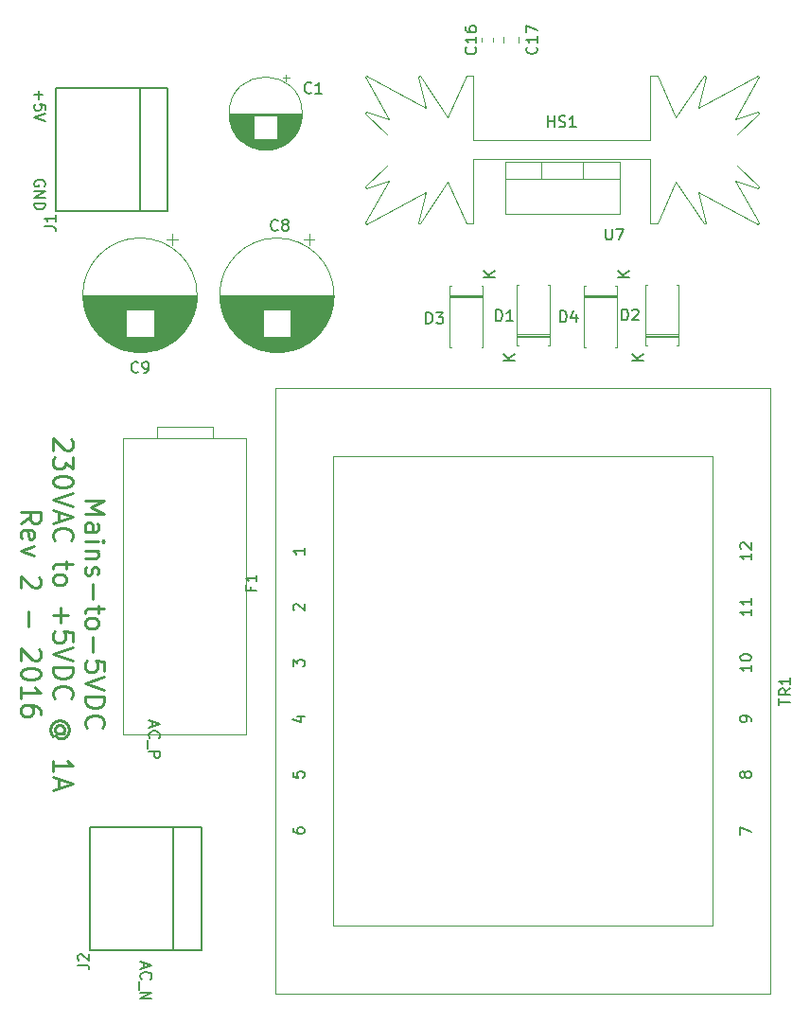
<source format=gto>
G04 #@! TF.GenerationSoftware,KiCad,Pcbnew,(5.1.5)-3*
G04 #@! TF.CreationDate,2020-04-16T19:35:31+02:00*
G04 #@! TF.ProjectId,5vfrommains,35766672-6f6d-46d6-9169-6e732e6b6963,rev?*
G04 #@! TF.SameCoordinates,Original*
G04 #@! TF.FileFunction,Legend,Top*
G04 #@! TF.FilePolarity,Positive*
%FSLAX46Y46*%
G04 Gerber Fmt 4.6, Leading zero omitted, Abs format (unit mm)*
G04 Created by KiCad (PCBNEW (5.1.5)-3) date 2020-04-16 19:35:31*
%MOMM*%
%LPD*%
G04 APERTURE LIST*
%ADD10C,0.250000*%
%ADD11C,0.150000*%
%ADD12C,0.120000*%
G04 APERTURE END LIST*
D10*
X182083333Y-91416666D02*
X183833333Y-91416666D01*
X182583333Y-92000000D01*
X183833333Y-92583333D01*
X182083333Y-92583333D01*
X182083333Y-94166666D02*
X183000000Y-94166666D01*
X183166666Y-94083333D01*
X183250000Y-93916666D01*
X183250000Y-93583333D01*
X183166666Y-93416666D01*
X182166666Y-94166666D02*
X182083333Y-94000000D01*
X182083333Y-93583333D01*
X182166666Y-93416666D01*
X182333333Y-93333333D01*
X182500000Y-93333333D01*
X182666666Y-93416666D01*
X182750000Y-93583333D01*
X182750000Y-94000000D01*
X182833333Y-94166666D01*
X182083333Y-95000000D02*
X183250000Y-95000000D01*
X183833333Y-95000000D02*
X183750000Y-94916666D01*
X183666666Y-95000000D01*
X183750000Y-95083333D01*
X183833333Y-95000000D01*
X183666666Y-95000000D01*
X183250000Y-95833333D02*
X182083333Y-95833333D01*
X183083333Y-95833333D02*
X183166666Y-95916666D01*
X183250000Y-96083333D01*
X183250000Y-96333333D01*
X183166666Y-96500000D01*
X183000000Y-96583333D01*
X182083333Y-96583333D01*
X182166666Y-97333333D02*
X182083333Y-97500000D01*
X182083333Y-97833333D01*
X182166666Y-98000000D01*
X182333333Y-98083333D01*
X182416666Y-98083333D01*
X182583333Y-98000000D01*
X182666666Y-97833333D01*
X182666666Y-97583333D01*
X182750000Y-97416666D01*
X182916666Y-97333333D01*
X183000000Y-97333333D01*
X183166666Y-97416666D01*
X183250000Y-97583333D01*
X183250000Y-97833333D01*
X183166666Y-98000000D01*
X182750000Y-98833333D02*
X182750000Y-100166666D01*
X183250000Y-100750000D02*
X183250000Y-101416666D01*
X183833333Y-101000000D02*
X182333333Y-101000000D01*
X182166666Y-101083333D01*
X182083333Y-101250000D01*
X182083333Y-101416666D01*
X182083333Y-102250000D02*
X182166666Y-102083333D01*
X182250000Y-102000000D01*
X182416666Y-101916666D01*
X182916666Y-101916666D01*
X183083333Y-102000000D01*
X183166666Y-102083333D01*
X183250000Y-102250000D01*
X183250000Y-102500000D01*
X183166666Y-102666666D01*
X183083333Y-102750000D01*
X182916666Y-102833333D01*
X182416666Y-102833333D01*
X182250000Y-102750000D01*
X182166666Y-102666666D01*
X182083333Y-102500000D01*
X182083333Y-102250000D01*
X182750000Y-103583333D02*
X182750000Y-104916666D01*
X183833333Y-106583333D02*
X183833333Y-105750000D01*
X183000000Y-105666666D01*
X183083333Y-105750000D01*
X183166666Y-105916666D01*
X183166666Y-106333333D01*
X183083333Y-106500000D01*
X183000000Y-106583333D01*
X182833333Y-106666666D01*
X182416666Y-106666666D01*
X182250000Y-106583333D01*
X182166666Y-106500000D01*
X182083333Y-106333333D01*
X182083333Y-105916666D01*
X182166666Y-105750000D01*
X182250000Y-105666666D01*
X183833333Y-107166666D02*
X182083333Y-107750000D01*
X183833333Y-108333333D01*
X182083333Y-108916666D02*
X183833333Y-108916666D01*
X183833333Y-109333333D01*
X183750000Y-109583333D01*
X183583333Y-109750000D01*
X183416666Y-109833333D01*
X183083333Y-109916666D01*
X182833333Y-109916666D01*
X182500000Y-109833333D01*
X182333333Y-109750000D01*
X182166666Y-109583333D01*
X182083333Y-109333333D01*
X182083333Y-108916666D01*
X182250000Y-111666666D02*
X182166666Y-111583333D01*
X182083333Y-111333333D01*
X182083333Y-111166666D01*
X182166666Y-110916666D01*
X182333333Y-110750000D01*
X182500000Y-110666666D01*
X182833333Y-110583333D01*
X183083333Y-110583333D01*
X183416666Y-110666666D01*
X183583333Y-110750000D01*
X183750000Y-110916666D01*
X183833333Y-111166666D01*
X183833333Y-111333333D01*
X183750000Y-111583333D01*
X183666666Y-111666666D01*
X180791666Y-85875000D02*
X180875000Y-85958333D01*
X180958333Y-86125000D01*
X180958333Y-86541666D01*
X180875000Y-86708333D01*
X180791666Y-86791666D01*
X180625000Y-86875000D01*
X180458333Y-86875000D01*
X180208333Y-86791666D01*
X179208333Y-85791666D01*
X179208333Y-86875000D01*
X180958333Y-87458333D02*
X180958333Y-88541666D01*
X180291666Y-87958333D01*
X180291666Y-88208333D01*
X180208333Y-88375000D01*
X180125000Y-88458333D01*
X179958333Y-88541666D01*
X179541666Y-88541666D01*
X179375000Y-88458333D01*
X179291666Y-88375000D01*
X179208333Y-88208333D01*
X179208333Y-87708333D01*
X179291666Y-87541666D01*
X179375000Y-87458333D01*
X180958333Y-89625000D02*
X180958333Y-89791666D01*
X180875000Y-89958333D01*
X180791666Y-90041666D01*
X180625000Y-90125000D01*
X180291666Y-90208333D01*
X179875000Y-90208333D01*
X179541666Y-90125000D01*
X179375000Y-90041666D01*
X179291666Y-89958333D01*
X179208333Y-89791666D01*
X179208333Y-89625000D01*
X179291666Y-89458333D01*
X179375000Y-89375000D01*
X179541666Y-89291666D01*
X179875000Y-89208333D01*
X180291666Y-89208333D01*
X180625000Y-89291666D01*
X180791666Y-89375000D01*
X180875000Y-89458333D01*
X180958333Y-89625000D01*
X180958333Y-90708333D02*
X179208333Y-91291666D01*
X180958333Y-91875000D01*
X179708333Y-92375000D02*
X179708333Y-93208333D01*
X179208333Y-92208333D02*
X180958333Y-92791666D01*
X179208333Y-93375000D01*
X179375000Y-94958333D02*
X179291666Y-94875000D01*
X179208333Y-94625000D01*
X179208333Y-94458333D01*
X179291666Y-94208333D01*
X179458333Y-94041666D01*
X179625000Y-93958333D01*
X179958333Y-93875000D01*
X180208333Y-93875000D01*
X180541666Y-93958333D01*
X180708333Y-94041666D01*
X180875000Y-94208333D01*
X180958333Y-94458333D01*
X180958333Y-94625000D01*
X180875000Y-94875000D01*
X180791666Y-94958333D01*
X180375000Y-96791666D02*
X180375000Y-97458333D01*
X180958333Y-97041666D02*
X179458333Y-97041666D01*
X179291666Y-97125000D01*
X179208333Y-97291666D01*
X179208333Y-97458333D01*
X179208333Y-98291666D02*
X179291666Y-98125000D01*
X179375000Y-98041666D01*
X179541666Y-97958333D01*
X180041666Y-97958333D01*
X180208333Y-98041666D01*
X180291666Y-98125000D01*
X180375000Y-98291666D01*
X180375000Y-98541666D01*
X180291666Y-98708333D01*
X180208333Y-98791666D01*
X180041666Y-98875000D01*
X179541666Y-98875000D01*
X179375000Y-98791666D01*
X179291666Y-98708333D01*
X179208333Y-98541666D01*
X179208333Y-98291666D01*
X179875000Y-100958333D02*
X179875000Y-102291666D01*
X179208333Y-101625000D02*
X180541666Y-101625000D01*
X180958333Y-103958333D02*
X180958333Y-103125000D01*
X180125000Y-103041666D01*
X180208333Y-103125000D01*
X180291666Y-103291666D01*
X180291666Y-103708333D01*
X180208333Y-103875000D01*
X180125000Y-103958333D01*
X179958333Y-104041666D01*
X179541666Y-104041666D01*
X179375000Y-103958333D01*
X179291666Y-103875000D01*
X179208333Y-103708333D01*
X179208333Y-103291666D01*
X179291666Y-103125000D01*
X179375000Y-103041666D01*
X180958333Y-104541666D02*
X179208333Y-105125000D01*
X180958333Y-105708333D01*
X179208333Y-106291666D02*
X180958333Y-106291666D01*
X180958333Y-106708333D01*
X180875000Y-106958333D01*
X180708333Y-107125000D01*
X180541666Y-107208333D01*
X180208333Y-107291666D01*
X179958333Y-107291666D01*
X179625000Y-107208333D01*
X179458333Y-107125000D01*
X179291666Y-106958333D01*
X179208333Y-106708333D01*
X179208333Y-106291666D01*
X179375000Y-109041666D02*
X179291666Y-108958333D01*
X179208333Y-108708333D01*
X179208333Y-108541666D01*
X179291666Y-108291666D01*
X179458333Y-108125000D01*
X179625000Y-108041666D01*
X179958333Y-107958333D01*
X180208333Y-107958333D01*
X180541666Y-108041666D01*
X180708333Y-108125000D01*
X180875000Y-108291666D01*
X180958333Y-108541666D01*
X180958333Y-108708333D01*
X180875000Y-108958333D01*
X180791666Y-109041666D01*
X180041666Y-112208333D02*
X180125000Y-112125000D01*
X180208333Y-111958333D01*
X180208333Y-111791666D01*
X180125000Y-111625000D01*
X180041666Y-111541666D01*
X179875000Y-111458333D01*
X179708333Y-111458333D01*
X179541666Y-111541666D01*
X179458333Y-111625000D01*
X179375000Y-111791666D01*
X179375000Y-111958333D01*
X179458333Y-112125000D01*
X179541666Y-112208333D01*
X180208333Y-112208333D02*
X179541666Y-112208333D01*
X179458333Y-112291666D01*
X179458333Y-112375000D01*
X179541666Y-112541666D01*
X179708333Y-112625000D01*
X180125000Y-112625000D01*
X180375000Y-112458333D01*
X180541666Y-112208333D01*
X180625000Y-111875000D01*
X180541666Y-111541666D01*
X180375000Y-111291666D01*
X180125000Y-111125000D01*
X179791666Y-111041666D01*
X179458333Y-111125000D01*
X179208333Y-111291666D01*
X179041666Y-111541666D01*
X178958333Y-111875000D01*
X179041666Y-112208333D01*
X179208333Y-112458333D01*
X179208333Y-115625000D02*
X179208333Y-114625000D01*
X179208333Y-115125000D02*
X180958333Y-115125000D01*
X180708333Y-114958333D01*
X180541666Y-114791666D01*
X180458333Y-114625000D01*
X179708333Y-116291666D02*
X179708333Y-117125000D01*
X179208333Y-116125000D02*
X180958333Y-116708333D01*
X179208333Y-117291666D01*
X176333333Y-93375000D02*
X177166666Y-92791666D01*
X176333333Y-92375000D02*
X178083333Y-92375000D01*
X178083333Y-93041666D01*
X178000000Y-93208333D01*
X177916666Y-93291666D01*
X177750000Y-93375000D01*
X177500000Y-93375000D01*
X177333333Y-93291666D01*
X177250000Y-93208333D01*
X177166666Y-93041666D01*
X177166666Y-92375000D01*
X176416666Y-94791666D02*
X176333333Y-94625000D01*
X176333333Y-94291666D01*
X176416666Y-94125000D01*
X176583333Y-94041666D01*
X177250000Y-94041666D01*
X177416666Y-94125000D01*
X177500000Y-94291666D01*
X177500000Y-94625000D01*
X177416666Y-94791666D01*
X177250000Y-94875000D01*
X177083333Y-94875000D01*
X176916666Y-94041666D01*
X177500000Y-95458333D02*
X176333333Y-95875000D01*
X177500000Y-96291666D01*
X177916666Y-98208333D02*
X178000000Y-98291666D01*
X178083333Y-98458333D01*
X178083333Y-98875000D01*
X178000000Y-99041666D01*
X177916666Y-99125000D01*
X177750000Y-99208333D01*
X177583333Y-99208333D01*
X177333333Y-99125000D01*
X176333333Y-98125000D01*
X176333333Y-99208333D01*
X177000000Y-101291666D02*
X177000000Y-102625000D01*
X177916666Y-104708333D02*
X178000000Y-104791666D01*
X178083333Y-104958333D01*
X178083333Y-105375000D01*
X178000000Y-105541666D01*
X177916666Y-105625000D01*
X177750000Y-105708333D01*
X177583333Y-105708333D01*
X177333333Y-105625000D01*
X176333333Y-104625000D01*
X176333333Y-105708333D01*
X178083333Y-106791666D02*
X178083333Y-106958333D01*
X178000000Y-107125000D01*
X177916666Y-107208333D01*
X177750000Y-107291666D01*
X177416666Y-107375000D01*
X177000000Y-107375000D01*
X176666666Y-107291666D01*
X176500000Y-107208333D01*
X176416666Y-107125000D01*
X176333333Y-106958333D01*
X176333333Y-106791666D01*
X176416666Y-106625000D01*
X176500000Y-106541666D01*
X176666666Y-106458333D01*
X177000000Y-106375000D01*
X177416666Y-106375000D01*
X177750000Y-106458333D01*
X177916666Y-106541666D01*
X178000000Y-106625000D01*
X178083333Y-106791666D01*
X176333333Y-109041666D02*
X176333333Y-108041666D01*
X176333333Y-108541666D02*
X178083333Y-108541666D01*
X177833333Y-108375000D01*
X177666666Y-108208333D01*
X177583333Y-108041666D01*
X178083333Y-110541666D02*
X178083333Y-110208333D01*
X178000000Y-110041666D01*
X177916666Y-109958333D01*
X177666666Y-109791666D01*
X177333333Y-109708333D01*
X176666666Y-109708333D01*
X176500000Y-109791666D01*
X176416666Y-109875000D01*
X176333333Y-110041666D01*
X176333333Y-110375000D01*
X176416666Y-110541666D01*
X176500000Y-110625000D01*
X176666666Y-110708333D01*
X177083333Y-110708333D01*
X177250000Y-110625000D01*
X177333333Y-110541666D01*
X177416666Y-110375000D01*
X177416666Y-110041666D01*
X177333333Y-109875000D01*
X177250000Y-109791666D01*
X177083333Y-109708333D01*
D11*
X187333333Y-132707142D02*
X187333333Y-133183333D01*
X187047619Y-132611904D02*
X188047619Y-132945238D01*
X187047619Y-133278571D01*
X187142857Y-134183333D02*
X187095238Y-134135714D01*
X187047619Y-133992857D01*
X187047619Y-133897619D01*
X187095238Y-133754761D01*
X187190476Y-133659523D01*
X187285714Y-133611904D01*
X187476190Y-133564285D01*
X187619047Y-133564285D01*
X187809523Y-133611904D01*
X187904761Y-133659523D01*
X188000000Y-133754761D01*
X188047619Y-133897619D01*
X188047619Y-133992857D01*
X188000000Y-134135714D01*
X187952380Y-134183333D01*
X186952380Y-134373809D02*
X186952380Y-135135714D01*
X187047619Y-135373809D02*
X188047619Y-135373809D01*
X187047619Y-135945238D01*
X188047619Y-135945238D01*
X188083333Y-111130952D02*
X188083333Y-111607142D01*
X187797619Y-111035714D02*
X188797619Y-111369047D01*
X187797619Y-111702380D01*
X187892857Y-112607142D02*
X187845238Y-112559523D01*
X187797619Y-112416666D01*
X187797619Y-112321428D01*
X187845238Y-112178571D01*
X187940476Y-112083333D01*
X188035714Y-112035714D01*
X188226190Y-111988095D01*
X188369047Y-111988095D01*
X188559523Y-112035714D01*
X188654761Y-112083333D01*
X188750000Y-112178571D01*
X188797619Y-112321428D01*
X188797619Y-112416666D01*
X188750000Y-112559523D01*
X188702380Y-112607142D01*
X187702380Y-112797619D02*
X187702380Y-113559523D01*
X187797619Y-113797619D02*
X188797619Y-113797619D01*
X188797619Y-114178571D01*
X188750000Y-114273809D01*
X188702380Y-114321428D01*
X188607142Y-114369047D01*
X188464285Y-114369047D01*
X188369047Y-114321428D01*
X188321428Y-114273809D01*
X188273809Y-114178571D01*
X188273809Y-113797619D01*
X178500000Y-63238095D02*
X178547619Y-63142857D01*
X178547619Y-63000000D01*
X178500000Y-62857142D01*
X178404761Y-62761904D01*
X178309523Y-62714285D01*
X178119047Y-62666666D01*
X177976190Y-62666666D01*
X177785714Y-62714285D01*
X177690476Y-62761904D01*
X177595238Y-62857142D01*
X177547619Y-63000000D01*
X177547619Y-63095238D01*
X177595238Y-63238095D01*
X177642857Y-63285714D01*
X177976190Y-63285714D01*
X177976190Y-63095238D01*
X177547619Y-63714285D02*
X178547619Y-63714285D01*
X177547619Y-64285714D01*
X178547619Y-64285714D01*
X177547619Y-64761904D02*
X178547619Y-64761904D01*
X178547619Y-65000000D01*
X178500000Y-65142857D01*
X178404761Y-65238095D01*
X178309523Y-65285714D01*
X178119047Y-65333333D01*
X177976190Y-65333333D01*
X177785714Y-65285714D01*
X177690476Y-65238095D01*
X177595238Y-65142857D01*
X177547619Y-65000000D01*
X177547619Y-64761904D01*
X177928571Y-54714285D02*
X177928571Y-55476190D01*
X177547619Y-55095238D02*
X178309523Y-55095238D01*
X178547619Y-56428571D02*
X178547619Y-55952380D01*
X178071428Y-55904761D01*
X178119047Y-55952380D01*
X178166666Y-56047619D01*
X178166666Y-56285714D01*
X178119047Y-56380952D01*
X178071428Y-56428571D01*
X177976190Y-56476190D01*
X177738095Y-56476190D01*
X177642857Y-56428571D01*
X177595238Y-56380952D01*
X177547619Y-56285714D01*
X177547619Y-56047619D01*
X177595238Y-55952380D01*
X177642857Y-55904761D01*
X178547619Y-56761904D02*
X177547619Y-57095238D01*
X178547619Y-57428571D01*
D12*
X199130000Y-135520000D02*
X199130000Y-81280000D01*
X199130000Y-135520000D02*
X243370000Y-135520000D01*
X243370000Y-81280000D02*
X199130000Y-81280000D01*
X243370000Y-81280000D02*
X243370000Y-135520000D01*
X204250000Y-87400000D02*
X238250000Y-87400000D01*
X204250000Y-129400000D02*
X204250000Y-87400000D01*
X238250000Y-129400000D02*
X204250000Y-129400000D01*
X238250000Y-87400000D02*
X238250000Y-129400000D01*
X193500000Y-84800000D02*
X193500000Y-85800000D01*
X188500000Y-84800000D02*
X188500000Y-85800000D01*
X188500000Y-84800000D02*
X193500000Y-84800000D01*
X185500000Y-112300000D02*
X196500000Y-112300000D01*
X185500000Y-85800000D02*
X196500000Y-85800000D01*
X196500000Y-85800000D02*
X196500000Y-112300000D01*
X185500000Y-85800000D02*
X185500000Y-112300000D01*
D11*
X187000000Y-65500000D02*
X187000000Y-54500000D01*
X179500000Y-65500000D02*
X189500000Y-65500000D01*
X179500000Y-54500000D02*
X179500000Y-65500000D01*
X189500000Y-54500000D02*
X179500000Y-54500000D01*
X189500000Y-65500000D02*
X189500000Y-54500000D01*
X190000000Y-131600000D02*
X190000000Y-120600000D01*
X182500000Y-131600000D02*
X192500000Y-131600000D01*
X182500000Y-120600000D02*
X182500000Y-131600000D01*
X192500000Y-120600000D02*
X182500000Y-120600000D01*
X192500000Y-131600000D02*
X192500000Y-120600000D01*
D12*
X200404000Y-53564759D02*
X199774000Y-53564759D01*
X200089000Y-53249759D02*
X200089000Y-53879759D01*
X198652000Y-59991000D02*
X197848000Y-59991000D01*
X198883000Y-59951000D02*
X197617000Y-59951000D01*
X199052000Y-59911000D02*
X197448000Y-59911000D01*
X199190000Y-59871000D02*
X197310000Y-59871000D01*
X199309000Y-59831000D02*
X197191000Y-59831000D01*
X199415000Y-59791000D02*
X197085000Y-59791000D01*
X199512000Y-59751000D02*
X196988000Y-59751000D01*
X199600000Y-59711000D02*
X196900000Y-59711000D01*
X199682000Y-59671000D02*
X196818000Y-59671000D01*
X199759000Y-59631000D02*
X196741000Y-59631000D01*
X199831000Y-59591000D02*
X196669000Y-59591000D01*
X199900000Y-59551000D02*
X196600000Y-59551000D01*
X199964000Y-59511000D02*
X196536000Y-59511000D01*
X200026000Y-59471000D02*
X196474000Y-59471000D01*
X200084000Y-59431000D02*
X196416000Y-59431000D01*
X200140000Y-59391000D02*
X196360000Y-59391000D01*
X200194000Y-59351000D02*
X196306000Y-59351000D01*
X200245000Y-59311000D02*
X196255000Y-59311000D01*
X200294000Y-59271000D02*
X196206000Y-59271000D01*
X200342000Y-59231000D02*
X196158000Y-59231000D01*
X200387000Y-59191000D02*
X196113000Y-59191000D01*
X200432000Y-59151000D02*
X196068000Y-59151000D01*
X200474000Y-59111000D02*
X196026000Y-59111000D01*
X200515000Y-59071000D02*
X195985000Y-59071000D01*
X197210000Y-59031000D02*
X195945000Y-59031000D01*
X200555000Y-59031000D02*
X199290000Y-59031000D01*
X197210000Y-58991000D02*
X195907000Y-58991000D01*
X200593000Y-58991000D02*
X199290000Y-58991000D01*
X197210000Y-58951000D02*
X195870000Y-58951000D01*
X200630000Y-58951000D02*
X199290000Y-58951000D01*
X197210000Y-58911000D02*
X195834000Y-58911000D01*
X200666000Y-58911000D02*
X199290000Y-58911000D01*
X197210000Y-58871000D02*
X195800000Y-58871000D01*
X200700000Y-58871000D02*
X199290000Y-58871000D01*
X197210000Y-58831000D02*
X195766000Y-58831000D01*
X200734000Y-58831000D02*
X199290000Y-58831000D01*
X197210000Y-58791000D02*
X195734000Y-58791000D01*
X200766000Y-58791000D02*
X199290000Y-58791000D01*
X197210000Y-58751000D02*
X195702000Y-58751000D01*
X200798000Y-58751000D02*
X199290000Y-58751000D01*
X197210000Y-58711000D02*
X195672000Y-58711000D01*
X200828000Y-58711000D02*
X199290000Y-58711000D01*
X197210000Y-58671000D02*
X195643000Y-58671000D01*
X200857000Y-58671000D02*
X199290000Y-58671000D01*
X197210000Y-58631000D02*
X195614000Y-58631000D01*
X200886000Y-58631000D02*
X199290000Y-58631000D01*
X197210000Y-58591000D02*
X195586000Y-58591000D01*
X200914000Y-58591000D02*
X199290000Y-58591000D01*
X197210000Y-58551000D02*
X195560000Y-58551000D01*
X200940000Y-58551000D02*
X199290000Y-58551000D01*
X197210000Y-58511000D02*
X195534000Y-58511000D01*
X200966000Y-58511000D02*
X199290000Y-58511000D01*
X197210000Y-58471000D02*
X195508000Y-58471000D01*
X200992000Y-58471000D02*
X199290000Y-58471000D01*
X197210000Y-58431000D02*
X195484000Y-58431000D01*
X201016000Y-58431000D02*
X199290000Y-58431000D01*
X197210000Y-58391000D02*
X195460000Y-58391000D01*
X201040000Y-58391000D02*
X199290000Y-58391000D01*
X197210000Y-58351000D02*
X195438000Y-58351000D01*
X201062000Y-58351000D02*
X199290000Y-58351000D01*
X197210000Y-58311000D02*
X195416000Y-58311000D01*
X201084000Y-58311000D02*
X199290000Y-58311000D01*
X197210000Y-58271000D02*
X195394000Y-58271000D01*
X201106000Y-58271000D02*
X199290000Y-58271000D01*
X197210000Y-58231000D02*
X195374000Y-58231000D01*
X201126000Y-58231000D02*
X199290000Y-58231000D01*
X197210000Y-58191000D02*
X195354000Y-58191000D01*
X201146000Y-58191000D02*
X199290000Y-58191000D01*
X197210000Y-58151000D02*
X195334000Y-58151000D01*
X201166000Y-58151000D02*
X199290000Y-58151000D01*
X197210000Y-58111000D02*
X195316000Y-58111000D01*
X201184000Y-58111000D02*
X199290000Y-58111000D01*
X197210000Y-58071000D02*
X195298000Y-58071000D01*
X201202000Y-58071000D02*
X199290000Y-58071000D01*
X197210000Y-58031000D02*
X195280000Y-58031000D01*
X201220000Y-58031000D02*
X199290000Y-58031000D01*
X197210000Y-57991000D02*
X195264000Y-57991000D01*
X201236000Y-57991000D02*
X199290000Y-57991000D01*
X197210000Y-57951000D02*
X195248000Y-57951000D01*
X201252000Y-57951000D02*
X199290000Y-57951000D01*
X197210000Y-57911000D02*
X195232000Y-57911000D01*
X201268000Y-57911000D02*
X199290000Y-57911000D01*
X197210000Y-57871000D02*
X195217000Y-57871000D01*
X201283000Y-57871000D02*
X199290000Y-57871000D01*
X197210000Y-57831000D02*
X195203000Y-57831000D01*
X201297000Y-57831000D02*
X199290000Y-57831000D01*
X197210000Y-57791000D02*
X195189000Y-57791000D01*
X201311000Y-57791000D02*
X199290000Y-57791000D01*
X197210000Y-57751000D02*
X195176000Y-57751000D01*
X201324000Y-57751000D02*
X199290000Y-57751000D01*
X197210000Y-57711000D02*
X195164000Y-57711000D01*
X201336000Y-57711000D02*
X199290000Y-57711000D01*
X197210000Y-57671000D02*
X195152000Y-57671000D01*
X201348000Y-57671000D02*
X199290000Y-57671000D01*
X197210000Y-57631000D02*
X195140000Y-57631000D01*
X201360000Y-57631000D02*
X199290000Y-57631000D01*
X197210000Y-57591000D02*
X195129000Y-57591000D01*
X201371000Y-57591000D02*
X199290000Y-57591000D01*
X197210000Y-57551000D02*
X195119000Y-57551000D01*
X201381000Y-57551000D02*
X199290000Y-57551000D01*
X197210000Y-57511000D02*
X195109000Y-57511000D01*
X201391000Y-57511000D02*
X199290000Y-57511000D01*
X197210000Y-57471000D02*
X195100000Y-57471000D01*
X201400000Y-57471000D02*
X199290000Y-57471000D01*
X197210000Y-57430000D02*
X195091000Y-57430000D01*
X201409000Y-57430000D02*
X199290000Y-57430000D01*
X197210000Y-57390000D02*
X195083000Y-57390000D01*
X201417000Y-57390000D02*
X199290000Y-57390000D01*
X197210000Y-57350000D02*
X195075000Y-57350000D01*
X201425000Y-57350000D02*
X199290000Y-57350000D01*
X197210000Y-57310000D02*
X195068000Y-57310000D01*
X201432000Y-57310000D02*
X199290000Y-57310000D01*
X197210000Y-57270000D02*
X195061000Y-57270000D01*
X201439000Y-57270000D02*
X199290000Y-57270000D01*
X197210000Y-57230000D02*
X195055000Y-57230000D01*
X201445000Y-57230000D02*
X199290000Y-57230000D01*
X197210000Y-57190000D02*
X195049000Y-57190000D01*
X201451000Y-57190000D02*
X199290000Y-57190000D01*
X197210000Y-57150000D02*
X195044000Y-57150000D01*
X201456000Y-57150000D02*
X199290000Y-57150000D01*
X197210000Y-57110000D02*
X195039000Y-57110000D01*
X201461000Y-57110000D02*
X199290000Y-57110000D01*
X197210000Y-57070000D02*
X195035000Y-57070000D01*
X201465000Y-57070000D02*
X199290000Y-57070000D01*
X197210000Y-57030000D02*
X195032000Y-57030000D01*
X201468000Y-57030000D02*
X199290000Y-57030000D01*
X197210000Y-56990000D02*
X195028000Y-56990000D01*
X201472000Y-56990000D02*
X199290000Y-56990000D01*
X201474000Y-56950000D02*
X195026000Y-56950000D01*
X201477000Y-56910000D02*
X195023000Y-56910000D01*
X201478000Y-56870000D02*
X195022000Y-56870000D01*
X201480000Y-56830000D02*
X195020000Y-56830000D01*
X201480000Y-56790000D02*
X195020000Y-56790000D01*
X201480000Y-56750000D02*
X195020000Y-56750000D01*
X201520000Y-56750000D02*
G75*
G03X201520000Y-56750000I-3270000J0D01*
G01*
X214560000Y-62890000D02*
X212060000Y-66610000D01*
X212060000Y-66610000D02*
X211880000Y-66550000D01*
X211880000Y-66550000D02*
X212540000Y-63750000D01*
X212540000Y-63750000D02*
X207240000Y-66630000D01*
X207120000Y-66510000D02*
X209270000Y-62740000D01*
X207220000Y-63420000D02*
X207130000Y-63270000D01*
X209270000Y-62740000D02*
X207220000Y-63420000D01*
X207130000Y-63270000D02*
X209090000Y-61380000D01*
X207240000Y-66630000D02*
X207120000Y-66510000D01*
X216180000Y-53400000D02*
X214570000Y-57110000D01*
X216850000Y-59150000D02*
X216850000Y-53400000D01*
X216850000Y-53400000D02*
X216180000Y-53400000D01*
X212540000Y-56250000D02*
X207240000Y-53370000D01*
X212060000Y-53390000D02*
X211880000Y-53450000D01*
X211880000Y-53450000D02*
X212540000Y-56250000D01*
X214560000Y-57110000D02*
X212060000Y-53390000D01*
X207130000Y-56730000D02*
X209090000Y-58620000D01*
X207120000Y-53490000D02*
X209270000Y-57260000D01*
X207220000Y-56580000D02*
X207130000Y-56730000D01*
X207240000Y-53370000D02*
X207120000Y-53490000D01*
X209270000Y-57260000D02*
X207220000Y-56580000D01*
X224750000Y-59150000D02*
X216850000Y-59150000D01*
X216850000Y-60850000D02*
X216850000Y-66600000D01*
X216850000Y-66600000D02*
X216180000Y-66600000D01*
X216180000Y-66600000D02*
X214570000Y-62890000D01*
X224750000Y-60850000D02*
X216850000Y-60850000D01*
X237620000Y-53450000D02*
X236960000Y-56250000D01*
X237440000Y-53390000D02*
X237620000Y-53450000D01*
X234940000Y-57110000D02*
X237440000Y-53390000D01*
X236960000Y-56250000D02*
X242260000Y-53370000D01*
X242370000Y-56730000D02*
X240410000Y-58620000D01*
X240230000Y-57260000D02*
X242280000Y-56580000D01*
X242380000Y-53490000D02*
X240230000Y-57260000D01*
X242260000Y-53370000D02*
X242380000Y-53490000D01*
X242280000Y-56580000D02*
X242370000Y-56730000D01*
X233320000Y-53400000D02*
X234930000Y-57110000D01*
X224750000Y-59150000D02*
X232650000Y-59150000D01*
X232650000Y-59150000D02*
X232650000Y-53400000D01*
X232650000Y-53400000D02*
X233320000Y-53400000D01*
X224750000Y-60850000D02*
X232650000Y-60850000D01*
X232650000Y-60850000D02*
X232650000Y-66600000D01*
X232650000Y-66600000D02*
X233320000Y-66600000D01*
X233320000Y-66600000D02*
X234930000Y-62890000D01*
X234940000Y-62890000D02*
X237440000Y-66610000D01*
X237440000Y-66610000D02*
X237620000Y-66550000D01*
X237620000Y-66550000D02*
X236960000Y-63750000D01*
X236960000Y-63750000D02*
X242260000Y-66630000D01*
X242260000Y-66630000D02*
X242380000Y-66510000D01*
X242380000Y-66510000D02*
X240230000Y-62740000D01*
X240230000Y-62740000D02*
X242280000Y-63420000D01*
X242280000Y-63420000D02*
X242370000Y-63270000D01*
X242370000Y-63270000D02*
X240410000Y-61380000D01*
X220910000Y-50408578D02*
X220910000Y-49891422D01*
X219490000Y-50408578D02*
X219490000Y-49891422D01*
X226641000Y-61080000D02*
X226641000Y-62590000D01*
X222940000Y-61080000D02*
X222940000Y-62590000D01*
X219670000Y-62590000D02*
X229910000Y-62590000D01*
X229910000Y-61080000D02*
X229910000Y-65721000D01*
X219670000Y-61080000D02*
X219670000Y-65721000D01*
X219670000Y-65721000D02*
X229910000Y-65721000D01*
X219670000Y-61080000D02*
X229910000Y-61080000D01*
X229670000Y-72970000D02*
X226730000Y-72970000D01*
X229670000Y-73210000D02*
X226730000Y-73210000D01*
X229670000Y-73090000D02*
X226730000Y-73090000D01*
X226730000Y-77630000D02*
X226860000Y-77630000D01*
X226730000Y-72190000D02*
X226730000Y-77630000D01*
X226860000Y-72190000D02*
X226730000Y-72190000D01*
X229670000Y-77630000D02*
X229540000Y-77630000D01*
X229670000Y-72190000D02*
X229670000Y-77630000D01*
X229540000Y-72190000D02*
X229670000Y-72190000D01*
X217670000Y-72970000D02*
X214730000Y-72970000D01*
X217670000Y-73210000D02*
X214730000Y-73210000D01*
X217670000Y-73090000D02*
X214730000Y-73090000D01*
X214730000Y-77630000D02*
X214860000Y-77630000D01*
X214730000Y-72190000D02*
X214730000Y-77630000D01*
X214860000Y-72190000D02*
X214730000Y-72190000D01*
X217670000Y-77630000D02*
X217540000Y-77630000D01*
X217670000Y-72190000D02*
X217670000Y-77630000D01*
X217540000Y-72190000D02*
X217670000Y-72190000D01*
X232230000Y-76730000D02*
X235170000Y-76730000D01*
X232230000Y-76490000D02*
X235170000Y-76490000D01*
X232230000Y-76610000D02*
X235170000Y-76610000D01*
X235170000Y-72070000D02*
X235040000Y-72070000D01*
X235170000Y-77510000D02*
X235170000Y-72070000D01*
X235040000Y-77510000D02*
X235170000Y-77510000D01*
X232230000Y-72070000D02*
X232360000Y-72070000D01*
X232230000Y-77510000D02*
X232230000Y-72070000D01*
X232360000Y-77510000D02*
X232230000Y-77510000D01*
X220730000Y-76730000D02*
X223670000Y-76730000D01*
X220730000Y-76490000D02*
X223670000Y-76490000D01*
X220730000Y-76610000D02*
X223670000Y-76610000D01*
X223670000Y-72070000D02*
X223540000Y-72070000D01*
X223670000Y-77510000D02*
X223670000Y-72070000D01*
X223540000Y-77510000D02*
X223670000Y-77510000D01*
X220730000Y-72070000D02*
X220860000Y-72070000D01*
X220730000Y-77510000D02*
X220730000Y-72070000D01*
X220860000Y-77510000D02*
X220730000Y-77510000D01*
X218590000Y-50332779D02*
X218590000Y-50007221D01*
X217570000Y-50332779D02*
X217570000Y-50007221D01*
X190375000Y-68020354D02*
X189375000Y-68020354D01*
X189875000Y-67520354D02*
X189875000Y-68520354D01*
X187599000Y-78081000D02*
X186401000Y-78081000D01*
X187862000Y-78041000D02*
X186138000Y-78041000D01*
X188062000Y-78001000D02*
X185938000Y-78001000D01*
X188230000Y-77961000D02*
X185770000Y-77961000D01*
X188378000Y-77921000D02*
X185622000Y-77921000D01*
X188510000Y-77881000D02*
X185490000Y-77881000D01*
X188630000Y-77841000D02*
X185370000Y-77841000D01*
X188742000Y-77801000D02*
X185258000Y-77801000D01*
X188846000Y-77761000D02*
X185154000Y-77761000D01*
X188944000Y-77721000D02*
X185056000Y-77721000D01*
X189037000Y-77681000D02*
X184963000Y-77681000D01*
X189125000Y-77641000D02*
X184875000Y-77641000D01*
X189209000Y-77601000D02*
X184791000Y-77601000D01*
X189289000Y-77561000D02*
X184711000Y-77561000D01*
X189365000Y-77521000D02*
X184635000Y-77521000D01*
X189439000Y-77481000D02*
X184561000Y-77481000D01*
X189510000Y-77441000D02*
X184490000Y-77441000D01*
X189579000Y-77401000D02*
X184421000Y-77401000D01*
X189645000Y-77361000D02*
X184355000Y-77361000D01*
X189709000Y-77321000D02*
X184291000Y-77321000D01*
X189770000Y-77281000D02*
X184230000Y-77281000D01*
X189830000Y-77241000D02*
X184170000Y-77241000D01*
X189889000Y-77201000D02*
X184111000Y-77201000D01*
X189945000Y-77161000D02*
X184055000Y-77161000D01*
X190000000Y-77121000D02*
X184000000Y-77121000D01*
X190054000Y-77081000D02*
X183946000Y-77081000D01*
X190106000Y-77041000D02*
X183894000Y-77041000D01*
X190156000Y-77001000D02*
X183844000Y-77001000D01*
X190206000Y-76961000D02*
X183794000Y-76961000D01*
X190254000Y-76921000D02*
X183746000Y-76921000D01*
X190301000Y-76881000D02*
X183699000Y-76881000D01*
X190347000Y-76841000D02*
X183653000Y-76841000D01*
X190392000Y-76801000D02*
X183608000Y-76801000D01*
X190436000Y-76761000D02*
X183564000Y-76761000D01*
X185759000Y-76721000D02*
X183522000Y-76721000D01*
X190478000Y-76721000D02*
X188241000Y-76721000D01*
X185759000Y-76681000D02*
X183480000Y-76681000D01*
X190520000Y-76681000D02*
X188241000Y-76681000D01*
X185759000Y-76641000D02*
X183439000Y-76641000D01*
X190561000Y-76641000D02*
X188241000Y-76641000D01*
X185759000Y-76601000D02*
X183399000Y-76601000D01*
X190601000Y-76601000D02*
X188241000Y-76601000D01*
X185759000Y-76561000D02*
X183360000Y-76561000D01*
X190640000Y-76561000D02*
X188241000Y-76561000D01*
X185759000Y-76521000D02*
X183321000Y-76521000D01*
X190679000Y-76521000D02*
X188241000Y-76521000D01*
X185759000Y-76481000D02*
X183284000Y-76481000D01*
X190716000Y-76481000D02*
X188241000Y-76481000D01*
X185759000Y-76441000D02*
X183247000Y-76441000D01*
X190753000Y-76441000D02*
X188241000Y-76441000D01*
X185759000Y-76401000D02*
X183211000Y-76401000D01*
X190789000Y-76401000D02*
X188241000Y-76401000D01*
X185759000Y-76361000D02*
X183176000Y-76361000D01*
X190824000Y-76361000D02*
X188241000Y-76361000D01*
X185759000Y-76321000D02*
X183142000Y-76321000D01*
X190858000Y-76321000D02*
X188241000Y-76321000D01*
X185759000Y-76281000D02*
X183108000Y-76281000D01*
X190892000Y-76281000D02*
X188241000Y-76281000D01*
X185759000Y-76241000D02*
X183075000Y-76241000D01*
X190925000Y-76241000D02*
X188241000Y-76241000D01*
X185759000Y-76201000D02*
X183043000Y-76201000D01*
X190957000Y-76201000D02*
X188241000Y-76201000D01*
X185759000Y-76161000D02*
X183011000Y-76161000D01*
X190989000Y-76161000D02*
X188241000Y-76161000D01*
X185759000Y-76121000D02*
X182980000Y-76121000D01*
X191020000Y-76121000D02*
X188241000Y-76121000D01*
X185759000Y-76081000D02*
X182950000Y-76081000D01*
X191050000Y-76081000D02*
X188241000Y-76081000D01*
X185759000Y-76041000D02*
X182920000Y-76041000D01*
X191080000Y-76041000D02*
X188241000Y-76041000D01*
X185759000Y-76001000D02*
X182890000Y-76001000D01*
X191110000Y-76001000D02*
X188241000Y-76001000D01*
X185759000Y-75961000D02*
X182862000Y-75961000D01*
X191138000Y-75961000D02*
X188241000Y-75961000D01*
X185759000Y-75921000D02*
X182834000Y-75921000D01*
X191166000Y-75921000D02*
X188241000Y-75921000D01*
X185759000Y-75881000D02*
X182806000Y-75881000D01*
X191194000Y-75881000D02*
X188241000Y-75881000D01*
X185759000Y-75841000D02*
X182779000Y-75841000D01*
X191221000Y-75841000D02*
X188241000Y-75841000D01*
X185759000Y-75801000D02*
X182753000Y-75801000D01*
X191247000Y-75801000D02*
X188241000Y-75801000D01*
X185759000Y-75761000D02*
X182727000Y-75761000D01*
X191273000Y-75761000D02*
X188241000Y-75761000D01*
X185759000Y-75721000D02*
X182702000Y-75721000D01*
X191298000Y-75721000D02*
X188241000Y-75721000D01*
X185759000Y-75681000D02*
X182677000Y-75681000D01*
X191323000Y-75681000D02*
X188241000Y-75681000D01*
X185759000Y-75641000D02*
X182653000Y-75641000D01*
X191347000Y-75641000D02*
X188241000Y-75641000D01*
X185759000Y-75601000D02*
X182629000Y-75601000D01*
X191371000Y-75601000D02*
X188241000Y-75601000D01*
X185759000Y-75561000D02*
X182605000Y-75561000D01*
X191395000Y-75561000D02*
X188241000Y-75561000D01*
X185759000Y-75521000D02*
X182583000Y-75521000D01*
X191417000Y-75521000D02*
X188241000Y-75521000D01*
X185759000Y-75481000D02*
X182560000Y-75481000D01*
X191440000Y-75481000D02*
X188241000Y-75481000D01*
X185759000Y-75441000D02*
X182538000Y-75441000D01*
X191462000Y-75441000D02*
X188241000Y-75441000D01*
X185759000Y-75401000D02*
X182517000Y-75401000D01*
X191483000Y-75401000D02*
X188241000Y-75401000D01*
X185759000Y-75361000D02*
X182496000Y-75361000D01*
X191504000Y-75361000D02*
X188241000Y-75361000D01*
X185759000Y-75321000D02*
X182475000Y-75321000D01*
X191525000Y-75321000D02*
X188241000Y-75321000D01*
X185759000Y-75281000D02*
X182455000Y-75281000D01*
X191545000Y-75281000D02*
X188241000Y-75281000D01*
X185759000Y-75241000D02*
X182436000Y-75241000D01*
X191564000Y-75241000D02*
X188241000Y-75241000D01*
X185759000Y-75201000D02*
X182416000Y-75201000D01*
X191584000Y-75201000D02*
X188241000Y-75201000D01*
X185759000Y-75161000D02*
X182397000Y-75161000D01*
X191603000Y-75161000D02*
X188241000Y-75161000D01*
X185759000Y-75121000D02*
X182379000Y-75121000D01*
X191621000Y-75121000D02*
X188241000Y-75121000D01*
X185759000Y-75081000D02*
X182361000Y-75081000D01*
X191639000Y-75081000D02*
X188241000Y-75081000D01*
X185759000Y-75041000D02*
X182343000Y-75041000D01*
X191657000Y-75041000D02*
X188241000Y-75041000D01*
X185759000Y-75001000D02*
X182326000Y-75001000D01*
X191674000Y-75001000D02*
X188241000Y-75001000D01*
X185759000Y-74961000D02*
X182310000Y-74961000D01*
X191690000Y-74961000D02*
X188241000Y-74961000D01*
X185759000Y-74921000D02*
X182293000Y-74921000D01*
X191707000Y-74921000D02*
X188241000Y-74921000D01*
X185759000Y-74881000D02*
X182277000Y-74881000D01*
X191723000Y-74881000D02*
X188241000Y-74881000D01*
X185759000Y-74841000D02*
X182262000Y-74841000D01*
X191738000Y-74841000D02*
X188241000Y-74841000D01*
X185759000Y-74801000D02*
X182246000Y-74801000D01*
X191754000Y-74801000D02*
X188241000Y-74801000D01*
X185759000Y-74761000D02*
X182232000Y-74761000D01*
X191768000Y-74761000D02*
X188241000Y-74761000D01*
X185759000Y-74721000D02*
X182217000Y-74721000D01*
X191783000Y-74721000D02*
X188241000Y-74721000D01*
X185759000Y-74681000D02*
X182203000Y-74681000D01*
X191797000Y-74681000D02*
X188241000Y-74681000D01*
X185759000Y-74641000D02*
X182189000Y-74641000D01*
X191811000Y-74641000D02*
X188241000Y-74641000D01*
X185759000Y-74601000D02*
X182176000Y-74601000D01*
X191824000Y-74601000D02*
X188241000Y-74601000D01*
X185759000Y-74561000D02*
X182163000Y-74561000D01*
X191837000Y-74561000D02*
X188241000Y-74561000D01*
X185759000Y-74521000D02*
X182150000Y-74521000D01*
X191850000Y-74521000D02*
X188241000Y-74521000D01*
X185759000Y-74481000D02*
X182138000Y-74481000D01*
X191862000Y-74481000D02*
X188241000Y-74481000D01*
X185759000Y-74441000D02*
X182126000Y-74441000D01*
X191874000Y-74441000D02*
X188241000Y-74441000D01*
X185759000Y-74401000D02*
X182115000Y-74401000D01*
X191885000Y-74401000D02*
X188241000Y-74401000D01*
X185759000Y-74361000D02*
X182103000Y-74361000D01*
X191897000Y-74361000D02*
X188241000Y-74361000D01*
X185759000Y-74321000D02*
X182093000Y-74321000D01*
X191907000Y-74321000D02*
X188241000Y-74321000D01*
X185759000Y-74281000D02*
X182082000Y-74281000D01*
X191918000Y-74281000D02*
X188241000Y-74281000D01*
X191928000Y-74241000D02*
X182072000Y-74241000D01*
X191938000Y-74201000D02*
X182062000Y-74201000D01*
X191947000Y-74161000D02*
X182053000Y-74161000D01*
X191956000Y-74121000D02*
X182044000Y-74121000D01*
X191965000Y-74081000D02*
X182035000Y-74081000D01*
X191974000Y-74041000D02*
X182026000Y-74041000D01*
X191982000Y-74001000D02*
X182018000Y-74001000D01*
X191990000Y-73961000D02*
X182010000Y-73961000D01*
X191997000Y-73921000D02*
X182003000Y-73921000D01*
X192004000Y-73881000D02*
X181996000Y-73881000D01*
X192011000Y-73841000D02*
X181989000Y-73841000D01*
X192018000Y-73801000D02*
X181982000Y-73801000D01*
X192024000Y-73761000D02*
X181976000Y-73761000D01*
X192030000Y-73721000D02*
X181970000Y-73721000D01*
X192035000Y-73680000D02*
X181965000Y-73680000D01*
X192040000Y-73640000D02*
X181960000Y-73640000D01*
X192045000Y-73600000D02*
X181955000Y-73600000D01*
X192050000Y-73560000D02*
X181950000Y-73560000D01*
X192054000Y-73520000D02*
X181946000Y-73520000D01*
X192058000Y-73480000D02*
X181942000Y-73480000D01*
X192062000Y-73440000D02*
X181938000Y-73440000D01*
X192065000Y-73400000D02*
X181935000Y-73400000D01*
X192068000Y-73360000D02*
X181932000Y-73360000D01*
X192070000Y-73320000D02*
X181930000Y-73320000D01*
X192073000Y-73280000D02*
X181927000Y-73280000D01*
X192075000Y-73240000D02*
X181925000Y-73240000D01*
X192077000Y-73200000D02*
X181923000Y-73200000D01*
X192078000Y-73160000D02*
X181922000Y-73160000D01*
X192079000Y-73120000D02*
X181921000Y-73120000D01*
X192080000Y-73080000D02*
X181920000Y-73080000D01*
X192080000Y-73040000D02*
X181920000Y-73040000D01*
X192080000Y-73000000D02*
X181920000Y-73000000D01*
X192120000Y-73000000D02*
G75*
G03X192120000Y-73000000I-5120000J0D01*
G01*
X202625000Y-68020354D02*
X201625000Y-68020354D01*
X202125000Y-67520354D02*
X202125000Y-68520354D01*
X199849000Y-78081000D02*
X198651000Y-78081000D01*
X200112000Y-78041000D02*
X198388000Y-78041000D01*
X200312000Y-78001000D02*
X198188000Y-78001000D01*
X200480000Y-77961000D02*
X198020000Y-77961000D01*
X200628000Y-77921000D02*
X197872000Y-77921000D01*
X200760000Y-77881000D02*
X197740000Y-77881000D01*
X200880000Y-77841000D02*
X197620000Y-77841000D01*
X200992000Y-77801000D02*
X197508000Y-77801000D01*
X201096000Y-77761000D02*
X197404000Y-77761000D01*
X201194000Y-77721000D02*
X197306000Y-77721000D01*
X201287000Y-77681000D02*
X197213000Y-77681000D01*
X201375000Y-77641000D02*
X197125000Y-77641000D01*
X201459000Y-77601000D02*
X197041000Y-77601000D01*
X201539000Y-77561000D02*
X196961000Y-77561000D01*
X201615000Y-77521000D02*
X196885000Y-77521000D01*
X201689000Y-77481000D02*
X196811000Y-77481000D01*
X201760000Y-77441000D02*
X196740000Y-77441000D01*
X201829000Y-77401000D02*
X196671000Y-77401000D01*
X201895000Y-77361000D02*
X196605000Y-77361000D01*
X201959000Y-77321000D02*
X196541000Y-77321000D01*
X202020000Y-77281000D02*
X196480000Y-77281000D01*
X202080000Y-77241000D02*
X196420000Y-77241000D01*
X202139000Y-77201000D02*
X196361000Y-77201000D01*
X202195000Y-77161000D02*
X196305000Y-77161000D01*
X202250000Y-77121000D02*
X196250000Y-77121000D01*
X202304000Y-77081000D02*
X196196000Y-77081000D01*
X202356000Y-77041000D02*
X196144000Y-77041000D01*
X202406000Y-77001000D02*
X196094000Y-77001000D01*
X202456000Y-76961000D02*
X196044000Y-76961000D01*
X202504000Y-76921000D02*
X195996000Y-76921000D01*
X202551000Y-76881000D02*
X195949000Y-76881000D01*
X202597000Y-76841000D02*
X195903000Y-76841000D01*
X202642000Y-76801000D02*
X195858000Y-76801000D01*
X202686000Y-76761000D02*
X195814000Y-76761000D01*
X198009000Y-76721000D02*
X195772000Y-76721000D01*
X202728000Y-76721000D02*
X200491000Y-76721000D01*
X198009000Y-76681000D02*
X195730000Y-76681000D01*
X202770000Y-76681000D02*
X200491000Y-76681000D01*
X198009000Y-76641000D02*
X195689000Y-76641000D01*
X202811000Y-76641000D02*
X200491000Y-76641000D01*
X198009000Y-76601000D02*
X195649000Y-76601000D01*
X202851000Y-76601000D02*
X200491000Y-76601000D01*
X198009000Y-76561000D02*
X195610000Y-76561000D01*
X202890000Y-76561000D02*
X200491000Y-76561000D01*
X198009000Y-76521000D02*
X195571000Y-76521000D01*
X202929000Y-76521000D02*
X200491000Y-76521000D01*
X198009000Y-76481000D02*
X195534000Y-76481000D01*
X202966000Y-76481000D02*
X200491000Y-76481000D01*
X198009000Y-76441000D02*
X195497000Y-76441000D01*
X203003000Y-76441000D02*
X200491000Y-76441000D01*
X198009000Y-76401000D02*
X195461000Y-76401000D01*
X203039000Y-76401000D02*
X200491000Y-76401000D01*
X198009000Y-76361000D02*
X195426000Y-76361000D01*
X203074000Y-76361000D02*
X200491000Y-76361000D01*
X198009000Y-76321000D02*
X195392000Y-76321000D01*
X203108000Y-76321000D02*
X200491000Y-76321000D01*
X198009000Y-76281000D02*
X195358000Y-76281000D01*
X203142000Y-76281000D02*
X200491000Y-76281000D01*
X198009000Y-76241000D02*
X195325000Y-76241000D01*
X203175000Y-76241000D02*
X200491000Y-76241000D01*
X198009000Y-76201000D02*
X195293000Y-76201000D01*
X203207000Y-76201000D02*
X200491000Y-76201000D01*
X198009000Y-76161000D02*
X195261000Y-76161000D01*
X203239000Y-76161000D02*
X200491000Y-76161000D01*
X198009000Y-76121000D02*
X195230000Y-76121000D01*
X203270000Y-76121000D02*
X200491000Y-76121000D01*
X198009000Y-76081000D02*
X195200000Y-76081000D01*
X203300000Y-76081000D02*
X200491000Y-76081000D01*
X198009000Y-76041000D02*
X195170000Y-76041000D01*
X203330000Y-76041000D02*
X200491000Y-76041000D01*
X198009000Y-76001000D02*
X195140000Y-76001000D01*
X203360000Y-76001000D02*
X200491000Y-76001000D01*
X198009000Y-75961000D02*
X195112000Y-75961000D01*
X203388000Y-75961000D02*
X200491000Y-75961000D01*
X198009000Y-75921000D02*
X195084000Y-75921000D01*
X203416000Y-75921000D02*
X200491000Y-75921000D01*
X198009000Y-75881000D02*
X195056000Y-75881000D01*
X203444000Y-75881000D02*
X200491000Y-75881000D01*
X198009000Y-75841000D02*
X195029000Y-75841000D01*
X203471000Y-75841000D02*
X200491000Y-75841000D01*
X198009000Y-75801000D02*
X195003000Y-75801000D01*
X203497000Y-75801000D02*
X200491000Y-75801000D01*
X198009000Y-75761000D02*
X194977000Y-75761000D01*
X203523000Y-75761000D02*
X200491000Y-75761000D01*
X198009000Y-75721000D02*
X194952000Y-75721000D01*
X203548000Y-75721000D02*
X200491000Y-75721000D01*
X198009000Y-75681000D02*
X194927000Y-75681000D01*
X203573000Y-75681000D02*
X200491000Y-75681000D01*
X198009000Y-75641000D02*
X194903000Y-75641000D01*
X203597000Y-75641000D02*
X200491000Y-75641000D01*
X198009000Y-75601000D02*
X194879000Y-75601000D01*
X203621000Y-75601000D02*
X200491000Y-75601000D01*
X198009000Y-75561000D02*
X194855000Y-75561000D01*
X203645000Y-75561000D02*
X200491000Y-75561000D01*
X198009000Y-75521000D02*
X194833000Y-75521000D01*
X203667000Y-75521000D02*
X200491000Y-75521000D01*
X198009000Y-75481000D02*
X194810000Y-75481000D01*
X203690000Y-75481000D02*
X200491000Y-75481000D01*
X198009000Y-75441000D02*
X194788000Y-75441000D01*
X203712000Y-75441000D02*
X200491000Y-75441000D01*
X198009000Y-75401000D02*
X194767000Y-75401000D01*
X203733000Y-75401000D02*
X200491000Y-75401000D01*
X198009000Y-75361000D02*
X194746000Y-75361000D01*
X203754000Y-75361000D02*
X200491000Y-75361000D01*
X198009000Y-75321000D02*
X194725000Y-75321000D01*
X203775000Y-75321000D02*
X200491000Y-75321000D01*
X198009000Y-75281000D02*
X194705000Y-75281000D01*
X203795000Y-75281000D02*
X200491000Y-75281000D01*
X198009000Y-75241000D02*
X194686000Y-75241000D01*
X203814000Y-75241000D02*
X200491000Y-75241000D01*
X198009000Y-75201000D02*
X194666000Y-75201000D01*
X203834000Y-75201000D02*
X200491000Y-75201000D01*
X198009000Y-75161000D02*
X194647000Y-75161000D01*
X203853000Y-75161000D02*
X200491000Y-75161000D01*
X198009000Y-75121000D02*
X194629000Y-75121000D01*
X203871000Y-75121000D02*
X200491000Y-75121000D01*
X198009000Y-75081000D02*
X194611000Y-75081000D01*
X203889000Y-75081000D02*
X200491000Y-75081000D01*
X198009000Y-75041000D02*
X194593000Y-75041000D01*
X203907000Y-75041000D02*
X200491000Y-75041000D01*
X198009000Y-75001000D02*
X194576000Y-75001000D01*
X203924000Y-75001000D02*
X200491000Y-75001000D01*
X198009000Y-74961000D02*
X194560000Y-74961000D01*
X203940000Y-74961000D02*
X200491000Y-74961000D01*
X198009000Y-74921000D02*
X194543000Y-74921000D01*
X203957000Y-74921000D02*
X200491000Y-74921000D01*
X198009000Y-74881000D02*
X194527000Y-74881000D01*
X203973000Y-74881000D02*
X200491000Y-74881000D01*
X198009000Y-74841000D02*
X194512000Y-74841000D01*
X203988000Y-74841000D02*
X200491000Y-74841000D01*
X198009000Y-74801000D02*
X194496000Y-74801000D01*
X204004000Y-74801000D02*
X200491000Y-74801000D01*
X198009000Y-74761000D02*
X194482000Y-74761000D01*
X204018000Y-74761000D02*
X200491000Y-74761000D01*
X198009000Y-74721000D02*
X194467000Y-74721000D01*
X204033000Y-74721000D02*
X200491000Y-74721000D01*
X198009000Y-74681000D02*
X194453000Y-74681000D01*
X204047000Y-74681000D02*
X200491000Y-74681000D01*
X198009000Y-74641000D02*
X194439000Y-74641000D01*
X204061000Y-74641000D02*
X200491000Y-74641000D01*
X198009000Y-74601000D02*
X194426000Y-74601000D01*
X204074000Y-74601000D02*
X200491000Y-74601000D01*
X198009000Y-74561000D02*
X194413000Y-74561000D01*
X204087000Y-74561000D02*
X200491000Y-74561000D01*
X198009000Y-74521000D02*
X194400000Y-74521000D01*
X204100000Y-74521000D02*
X200491000Y-74521000D01*
X198009000Y-74481000D02*
X194388000Y-74481000D01*
X204112000Y-74481000D02*
X200491000Y-74481000D01*
X198009000Y-74441000D02*
X194376000Y-74441000D01*
X204124000Y-74441000D02*
X200491000Y-74441000D01*
X198009000Y-74401000D02*
X194365000Y-74401000D01*
X204135000Y-74401000D02*
X200491000Y-74401000D01*
X198009000Y-74361000D02*
X194353000Y-74361000D01*
X204147000Y-74361000D02*
X200491000Y-74361000D01*
X198009000Y-74321000D02*
X194343000Y-74321000D01*
X204157000Y-74321000D02*
X200491000Y-74321000D01*
X198009000Y-74281000D02*
X194332000Y-74281000D01*
X204168000Y-74281000D02*
X200491000Y-74281000D01*
X204178000Y-74241000D02*
X194322000Y-74241000D01*
X204188000Y-74201000D02*
X194312000Y-74201000D01*
X204197000Y-74161000D02*
X194303000Y-74161000D01*
X204206000Y-74121000D02*
X194294000Y-74121000D01*
X204215000Y-74081000D02*
X194285000Y-74081000D01*
X204224000Y-74041000D02*
X194276000Y-74041000D01*
X204232000Y-74001000D02*
X194268000Y-74001000D01*
X204240000Y-73961000D02*
X194260000Y-73961000D01*
X204247000Y-73921000D02*
X194253000Y-73921000D01*
X204254000Y-73881000D02*
X194246000Y-73881000D01*
X204261000Y-73841000D02*
X194239000Y-73841000D01*
X204268000Y-73801000D02*
X194232000Y-73801000D01*
X204274000Y-73761000D02*
X194226000Y-73761000D01*
X204280000Y-73721000D02*
X194220000Y-73721000D01*
X204285000Y-73680000D02*
X194215000Y-73680000D01*
X204290000Y-73640000D02*
X194210000Y-73640000D01*
X204295000Y-73600000D02*
X194205000Y-73600000D01*
X204300000Y-73560000D02*
X194200000Y-73560000D01*
X204304000Y-73520000D02*
X194196000Y-73520000D01*
X204308000Y-73480000D02*
X194192000Y-73480000D01*
X204312000Y-73440000D02*
X194188000Y-73440000D01*
X204315000Y-73400000D02*
X194185000Y-73400000D01*
X204318000Y-73360000D02*
X194182000Y-73360000D01*
X204320000Y-73320000D02*
X194180000Y-73320000D01*
X204323000Y-73280000D02*
X194177000Y-73280000D01*
X204325000Y-73240000D02*
X194175000Y-73240000D01*
X204327000Y-73200000D02*
X194173000Y-73200000D01*
X204328000Y-73160000D02*
X194172000Y-73160000D01*
X204329000Y-73120000D02*
X194171000Y-73120000D01*
X204330000Y-73080000D02*
X194170000Y-73080000D01*
X204330000Y-73040000D02*
X194170000Y-73040000D01*
X204330000Y-73000000D02*
X194170000Y-73000000D01*
X204370000Y-73000000D02*
G75*
G03X204370000Y-73000000I-5120000J0D01*
G01*
D11*
X244202380Y-109661904D02*
X244202380Y-109090476D01*
X245202380Y-109376190D02*
X244202380Y-109376190D01*
X245202380Y-108185714D02*
X244726190Y-108519047D01*
X245202380Y-108757142D02*
X244202380Y-108757142D01*
X244202380Y-108376190D01*
X244250000Y-108280952D01*
X244297619Y-108233333D01*
X244392857Y-108185714D01*
X244535714Y-108185714D01*
X244630952Y-108233333D01*
X244678571Y-108280952D01*
X244726190Y-108376190D01*
X244726190Y-108757142D01*
X245202380Y-107233333D02*
X245202380Y-107804761D01*
X245202380Y-107519047D02*
X244202380Y-107519047D01*
X244345238Y-107614285D01*
X244440476Y-107709523D01*
X244488095Y-107804761D01*
X201702380Y-95614285D02*
X201702380Y-96185714D01*
X201702380Y-95900000D02*
X200702380Y-95900000D01*
X200845238Y-95995238D01*
X200940476Y-96090476D01*
X200988095Y-96185714D01*
X200797619Y-101185714D02*
X200750000Y-101138095D01*
X200702380Y-101042857D01*
X200702380Y-100804761D01*
X200750000Y-100709523D01*
X200797619Y-100661904D01*
X200892857Y-100614285D01*
X200988095Y-100614285D01*
X201130952Y-100661904D01*
X201702380Y-101233333D01*
X201702380Y-100614285D01*
X200702380Y-106233333D02*
X200702380Y-105614285D01*
X201083333Y-105947619D01*
X201083333Y-105804761D01*
X201130952Y-105709523D01*
X201178571Y-105661904D01*
X201273809Y-105614285D01*
X201511904Y-105614285D01*
X201607142Y-105661904D01*
X201654761Y-105709523D01*
X201702380Y-105804761D01*
X201702380Y-106090476D01*
X201654761Y-106185714D01*
X201607142Y-106233333D01*
X201035714Y-110709523D02*
X201702380Y-110709523D01*
X200654761Y-110947619D02*
X201369047Y-111185714D01*
X201369047Y-110566666D01*
X200702380Y-115661904D02*
X200702380Y-116138095D01*
X201178571Y-116185714D01*
X201130952Y-116138095D01*
X201083333Y-116042857D01*
X201083333Y-115804761D01*
X201130952Y-115709523D01*
X201178571Y-115661904D01*
X201273809Y-115614285D01*
X201511904Y-115614285D01*
X201607142Y-115661904D01*
X201654761Y-115709523D01*
X201702380Y-115804761D01*
X201702380Y-116042857D01*
X201654761Y-116138095D01*
X201607142Y-116185714D01*
X200702380Y-120709523D02*
X200702380Y-120900000D01*
X200750000Y-120995238D01*
X200797619Y-121042857D01*
X200940476Y-121138095D01*
X201130952Y-121185714D01*
X201511904Y-121185714D01*
X201607142Y-121138095D01*
X201654761Y-121090476D01*
X201702380Y-120995238D01*
X201702380Y-120804761D01*
X201654761Y-120709523D01*
X201607142Y-120661904D01*
X201511904Y-120614285D01*
X201273809Y-120614285D01*
X201178571Y-120661904D01*
X201130952Y-120709523D01*
X201083333Y-120804761D01*
X201083333Y-120995238D01*
X201130952Y-121090476D01*
X201178571Y-121138095D01*
X201273809Y-121185714D01*
X240702380Y-121233333D02*
X240702380Y-120566666D01*
X241702380Y-120995238D01*
X241130952Y-115995238D02*
X241083333Y-116090476D01*
X241035714Y-116138095D01*
X240940476Y-116185714D01*
X240892857Y-116185714D01*
X240797619Y-116138095D01*
X240750000Y-116090476D01*
X240702380Y-115995238D01*
X240702380Y-115804761D01*
X240750000Y-115709523D01*
X240797619Y-115661904D01*
X240892857Y-115614285D01*
X240940476Y-115614285D01*
X241035714Y-115661904D01*
X241083333Y-115709523D01*
X241130952Y-115804761D01*
X241130952Y-115995238D01*
X241178571Y-116090476D01*
X241226190Y-116138095D01*
X241321428Y-116185714D01*
X241511904Y-116185714D01*
X241607142Y-116138095D01*
X241654761Y-116090476D01*
X241702380Y-115995238D01*
X241702380Y-115804761D01*
X241654761Y-115709523D01*
X241607142Y-115661904D01*
X241511904Y-115614285D01*
X241321428Y-115614285D01*
X241226190Y-115661904D01*
X241178571Y-115709523D01*
X241130952Y-115804761D01*
X241702380Y-111090476D02*
X241702380Y-110900000D01*
X241654761Y-110804761D01*
X241607142Y-110757142D01*
X241464285Y-110661904D01*
X241273809Y-110614285D01*
X240892857Y-110614285D01*
X240797619Y-110661904D01*
X240750000Y-110709523D01*
X240702380Y-110804761D01*
X240702380Y-110995238D01*
X240750000Y-111090476D01*
X240797619Y-111138095D01*
X240892857Y-111185714D01*
X241130952Y-111185714D01*
X241226190Y-111138095D01*
X241273809Y-111090476D01*
X241321428Y-110995238D01*
X241321428Y-110804761D01*
X241273809Y-110709523D01*
X241226190Y-110661904D01*
X241130952Y-110614285D01*
X241702380Y-106090476D02*
X241702380Y-106661904D01*
X241702380Y-106376190D02*
X240702380Y-106376190D01*
X240845238Y-106471428D01*
X240940476Y-106566666D01*
X240988095Y-106661904D01*
X240702380Y-105471428D02*
X240702380Y-105376190D01*
X240750000Y-105280952D01*
X240797619Y-105233333D01*
X240892857Y-105185714D01*
X241083333Y-105138095D01*
X241321428Y-105138095D01*
X241511904Y-105185714D01*
X241607142Y-105233333D01*
X241654761Y-105280952D01*
X241702380Y-105376190D01*
X241702380Y-105471428D01*
X241654761Y-105566666D01*
X241607142Y-105614285D01*
X241511904Y-105661904D01*
X241321428Y-105709523D01*
X241083333Y-105709523D01*
X240892857Y-105661904D01*
X240797619Y-105614285D01*
X240750000Y-105566666D01*
X240702380Y-105471428D01*
X241702380Y-101090476D02*
X241702380Y-101661904D01*
X241702380Y-101376190D02*
X240702380Y-101376190D01*
X240845238Y-101471428D01*
X240940476Y-101566666D01*
X240988095Y-101661904D01*
X241702380Y-100138095D02*
X241702380Y-100709523D01*
X241702380Y-100423809D02*
X240702380Y-100423809D01*
X240845238Y-100519047D01*
X240940476Y-100614285D01*
X240988095Y-100709523D01*
X241702380Y-96090476D02*
X241702380Y-96661904D01*
X241702380Y-96376190D02*
X240702380Y-96376190D01*
X240845238Y-96471428D01*
X240940476Y-96566666D01*
X240988095Y-96661904D01*
X240797619Y-95709523D02*
X240750000Y-95661904D01*
X240702380Y-95566666D01*
X240702380Y-95328571D01*
X240750000Y-95233333D01*
X240797619Y-95185714D01*
X240892857Y-95138095D01*
X240988095Y-95138095D01*
X241130952Y-95185714D01*
X241702380Y-95757142D01*
X241702380Y-95138095D01*
X196928571Y-99083333D02*
X196928571Y-99416666D01*
X197452380Y-99416666D02*
X196452380Y-99416666D01*
X196452380Y-98940476D01*
X197452380Y-98035714D02*
X197452380Y-98607142D01*
X197452380Y-98321428D02*
X196452380Y-98321428D01*
X196595238Y-98416666D01*
X196690476Y-98511904D01*
X196738095Y-98607142D01*
X178452380Y-66833333D02*
X179166666Y-66833333D01*
X179309523Y-66880952D01*
X179404761Y-66976190D01*
X179452380Y-67119047D01*
X179452380Y-67214285D01*
X179452380Y-65833333D02*
X179452380Y-66404761D01*
X179452380Y-66119047D02*
X178452380Y-66119047D01*
X178595238Y-66214285D01*
X178690476Y-66309523D01*
X178738095Y-66404761D01*
X181452380Y-132933333D02*
X182166666Y-132933333D01*
X182309523Y-132980952D01*
X182404761Y-133076190D01*
X182452380Y-133219047D01*
X182452380Y-133314285D01*
X181547619Y-132504761D02*
X181500000Y-132457142D01*
X181452380Y-132361904D01*
X181452380Y-132123809D01*
X181500000Y-132028571D01*
X181547619Y-131980952D01*
X181642857Y-131933333D01*
X181738095Y-131933333D01*
X181880952Y-131980952D01*
X182452380Y-132552380D01*
X182452380Y-131933333D01*
X202333333Y-54857142D02*
X202285714Y-54904761D01*
X202142857Y-54952380D01*
X202047619Y-54952380D01*
X201904761Y-54904761D01*
X201809523Y-54809523D01*
X201761904Y-54714285D01*
X201714285Y-54523809D01*
X201714285Y-54380952D01*
X201761904Y-54190476D01*
X201809523Y-54095238D01*
X201904761Y-54000000D01*
X202047619Y-53952380D01*
X202142857Y-53952380D01*
X202285714Y-54000000D01*
X202333333Y-54047619D01*
X203285714Y-54952380D02*
X202714285Y-54952380D01*
X203000000Y-54952380D02*
X203000000Y-53952380D01*
X202904761Y-54095238D01*
X202809523Y-54190476D01*
X202714285Y-54238095D01*
X223486904Y-57952380D02*
X223486904Y-56952380D01*
X223486904Y-57428571D02*
X224058333Y-57428571D01*
X224058333Y-57952380D02*
X224058333Y-56952380D01*
X224486904Y-57904761D02*
X224629761Y-57952380D01*
X224867857Y-57952380D01*
X224963095Y-57904761D01*
X225010714Y-57857142D01*
X225058333Y-57761904D01*
X225058333Y-57666666D01*
X225010714Y-57571428D01*
X224963095Y-57523809D01*
X224867857Y-57476190D01*
X224677380Y-57428571D01*
X224582142Y-57380952D01*
X224534523Y-57333333D01*
X224486904Y-57238095D01*
X224486904Y-57142857D01*
X224534523Y-57047619D01*
X224582142Y-57000000D01*
X224677380Y-56952380D01*
X224915476Y-56952380D01*
X225058333Y-57000000D01*
X226010714Y-57952380D02*
X225439285Y-57952380D01*
X225725000Y-57952380D02*
X225725000Y-56952380D01*
X225629761Y-57095238D01*
X225534523Y-57190476D01*
X225439285Y-57238095D01*
X222457142Y-50792857D02*
X222504761Y-50840476D01*
X222552380Y-50983333D01*
X222552380Y-51078571D01*
X222504761Y-51221428D01*
X222409523Y-51316666D01*
X222314285Y-51364285D01*
X222123809Y-51411904D01*
X221980952Y-51411904D01*
X221790476Y-51364285D01*
X221695238Y-51316666D01*
X221600000Y-51221428D01*
X221552380Y-51078571D01*
X221552380Y-50983333D01*
X221600000Y-50840476D01*
X221647619Y-50792857D01*
X222552380Y-49840476D02*
X222552380Y-50411904D01*
X222552380Y-50126190D02*
X221552380Y-50126190D01*
X221695238Y-50221428D01*
X221790476Y-50316666D01*
X221838095Y-50411904D01*
X221552380Y-49507142D02*
X221552380Y-48840476D01*
X222552380Y-49269047D01*
X228688095Y-67052380D02*
X228688095Y-67861904D01*
X228735714Y-67957142D01*
X228783333Y-68004761D01*
X228878571Y-68052380D01*
X229069047Y-68052380D01*
X229164285Y-68004761D01*
X229211904Y-67957142D01*
X229259523Y-67861904D01*
X229259523Y-67052380D01*
X229640476Y-67052380D02*
X230307142Y-67052380D01*
X229878571Y-68052380D01*
X224611904Y-75402380D02*
X224611904Y-74402380D01*
X224850000Y-74402380D01*
X224992857Y-74450000D01*
X225088095Y-74545238D01*
X225135714Y-74640476D01*
X225183333Y-74830952D01*
X225183333Y-74973809D01*
X225135714Y-75164285D01*
X225088095Y-75259523D01*
X224992857Y-75354761D01*
X224850000Y-75402380D01*
X224611904Y-75402380D01*
X226040476Y-74735714D02*
X226040476Y-75402380D01*
X225802380Y-74354761D02*
X225564285Y-75069047D01*
X226183333Y-75069047D01*
X230752380Y-71361904D02*
X229752380Y-71361904D01*
X230752380Y-70790476D02*
X230180952Y-71219047D01*
X229752380Y-70790476D02*
X230323809Y-71361904D01*
X212611904Y-75552380D02*
X212611904Y-74552380D01*
X212850000Y-74552380D01*
X212992857Y-74600000D01*
X213088095Y-74695238D01*
X213135714Y-74790476D01*
X213183333Y-74980952D01*
X213183333Y-75123809D01*
X213135714Y-75314285D01*
X213088095Y-75409523D01*
X212992857Y-75504761D01*
X212850000Y-75552380D01*
X212611904Y-75552380D01*
X213516666Y-74552380D02*
X214135714Y-74552380D01*
X213802380Y-74933333D01*
X213945238Y-74933333D01*
X214040476Y-74980952D01*
X214088095Y-75028571D01*
X214135714Y-75123809D01*
X214135714Y-75361904D01*
X214088095Y-75457142D01*
X214040476Y-75504761D01*
X213945238Y-75552380D01*
X213659523Y-75552380D01*
X213564285Y-75504761D01*
X213516666Y-75457142D01*
X218752380Y-71361904D02*
X217752380Y-71361904D01*
X218752380Y-70790476D02*
X218180952Y-71219047D01*
X217752380Y-70790476D02*
X218323809Y-71361904D01*
X230111904Y-75252380D02*
X230111904Y-74252380D01*
X230350000Y-74252380D01*
X230492857Y-74300000D01*
X230588095Y-74395238D01*
X230635714Y-74490476D01*
X230683333Y-74680952D01*
X230683333Y-74823809D01*
X230635714Y-75014285D01*
X230588095Y-75109523D01*
X230492857Y-75204761D01*
X230350000Y-75252380D01*
X230111904Y-75252380D01*
X231064285Y-74347619D02*
X231111904Y-74300000D01*
X231207142Y-74252380D01*
X231445238Y-74252380D01*
X231540476Y-74300000D01*
X231588095Y-74347619D01*
X231635714Y-74442857D01*
X231635714Y-74538095D01*
X231588095Y-74680952D01*
X231016666Y-75252380D01*
X231635714Y-75252380D01*
X232052380Y-78861904D02*
X231052380Y-78861904D01*
X232052380Y-78290476D02*
X231480952Y-78719047D01*
X231052380Y-78290476D02*
X231623809Y-78861904D01*
X218861904Y-75302380D02*
X218861904Y-74302380D01*
X219100000Y-74302380D01*
X219242857Y-74350000D01*
X219338095Y-74445238D01*
X219385714Y-74540476D01*
X219433333Y-74730952D01*
X219433333Y-74873809D01*
X219385714Y-75064285D01*
X219338095Y-75159523D01*
X219242857Y-75254761D01*
X219100000Y-75302380D01*
X218861904Y-75302380D01*
X220385714Y-75302380D02*
X219814285Y-75302380D01*
X220100000Y-75302380D02*
X220100000Y-74302380D01*
X220004761Y-74445238D01*
X219909523Y-74540476D01*
X219814285Y-74588095D01*
X220552380Y-78861904D02*
X219552380Y-78861904D01*
X220552380Y-78290476D02*
X219980952Y-78719047D01*
X219552380Y-78290476D02*
X220123809Y-78861904D01*
X217007142Y-50812857D02*
X217054761Y-50860476D01*
X217102380Y-51003333D01*
X217102380Y-51098571D01*
X217054761Y-51241428D01*
X216959523Y-51336666D01*
X216864285Y-51384285D01*
X216673809Y-51431904D01*
X216530952Y-51431904D01*
X216340476Y-51384285D01*
X216245238Y-51336666D01*
X216150000Y-51241428D01*
X216102380Y-51098571D01*
X216102380Y-51003333D01*
X216150000Y-50860476D01*
X216197619Y-50812857D01*
X217102380Y-49860476D02*
X217102380Y-50431904D01*
X217102380Y-50146190D02*
X216102380Y-50146190D01*
X216245238Y-50241428D01*
X216340476Y-50336666D01*
X216388095Y-50431904D01*
X216102380Y-49003333D02*
X216102380Y-49193809D01*
X216150000Y-49289047D01*
X216197619Y-49336666D01*
X216340476Y-49431904D01*
X216530952Y-49479523D01*
X216911904Y-49479523D01*
X217007142Y-49431904D01*
X217054761Y-49384285D01*
X217102380Y-49289047D01*
X217102380Y-49098571D01*
X217054761Y-49003333D01*
X217007142Y-48955714D01*
X216911904Y-48908095D01*
X216673809Y-48908095D01*
X216578571Y-48955714D01*
X216530952Y-49003333D01*
X216483333Y-49098571D01*
X216483333Y-49289047D01*
X216530952Y-49384285D01*
X216578571Y-49431904D01*
X216673809Y-49479523D01*
X186833333Y-79857142D02*
X186785714Y-79904761D01*
X186642857Y-79952380D01*
X186547619Y-79952380D01*
X186404761Y-79904761D01*
X186309523Y-79809523D01*
X186261904Y-79714285D01*
X186214285Y-79523809D01*
X186214285Y-79380952D01*
X186261904Y-79190476D01*
X186309523Y-79095238D01*
X186404761Y-79000000D01*
X186547619Y-78952380D01*
X186642857Y-78952380D01*
X186785714Y-79000000D01*
X186833333Y-79047619D01*
X187309523Y-79952380D02*
X187500000Y-79952380D01*
X187595238Y-79904761D01*
X187642857Y-79857142D01*
X187738095Y-79714285D01*
X187785714Y-79523809D01*
X187785714Y-79142857D01*
X187738095Y-79047619D01*
X187690476Y-79000000D01*
X187595238Y-78952380D01*
X187404761Y-78952380D01*
X187309523Y-79000000D01*
X187261904Y-79047619D01*
X187214285Y-79142857D01*
X187214285Y-79380952D01*
X187261904Y-79476190D01*
X187309523Y-79523809D01*
X187404761Y-79571428D01*
X187595238Y-79571428D01*
X187690476Y-79523809D01*
X187738095Y-79476190D01*
X187785714Y-79380952D01*
X199333333Y-67157142D02*
X199285714Y-67204761D01*
X199142857Y-67252380D01*
X199047619Y-67252380D01*
X198904761Y-67204761D01*
X198809523Y-67109523D01*
X198761904Y-67014285D01*
X198714285Y-66823809D01*
X198714285Y-66680952D01*
X198761904Y-66490476D01*
X198809523Y-66395238D01*
X198904761Y-66300000D01*
X199047619Y-66252380D01*
X199142857Y-66252380D01*
X199285714Y-66300000D01*
X199333333Y-66347619D01*
X199904761Y-66680952D02*
X199809523Y-66633333D01*
X199761904Y-66585714D01*
X199714285Y-66490476D01*
X199714285Y-66442857D01*
X199761904Y-66347619D01*
X199809523Y-66300000D01*
X199904761Y-66252380D01*
X200095238Y-66252380D01*
X200190476Y-66300000D01*
X200238095Y-66347619D01*
X200285714Y-66442857D01*
X200285714Y-66490476D01*
X200238095Y-66585714D01*
X200190476Y-66633333D01*
X200095238Y-66680952D01*
X199904761Y-66680952D01*
X199809523Y-66728571D01*
X199761904Y-66776190D01*
X199714285Y-66871428D01*
X199714285Y-67061904D01*
X199761904Y-67157142D01*
X199809523Y-67204761D01*
X199904761Y-67252380D01*
X200095238Y-67252380D01*
X200190476Y-67204761D01*
X200238095Y-67157142D01*
X200285714Y-67061904D01*
X200285714Y-66871428D01*
X200238095Y-66776190D01*
X200190476Y-66728571D01*
X200095238Y-66680952D01*
M02*

</source>
